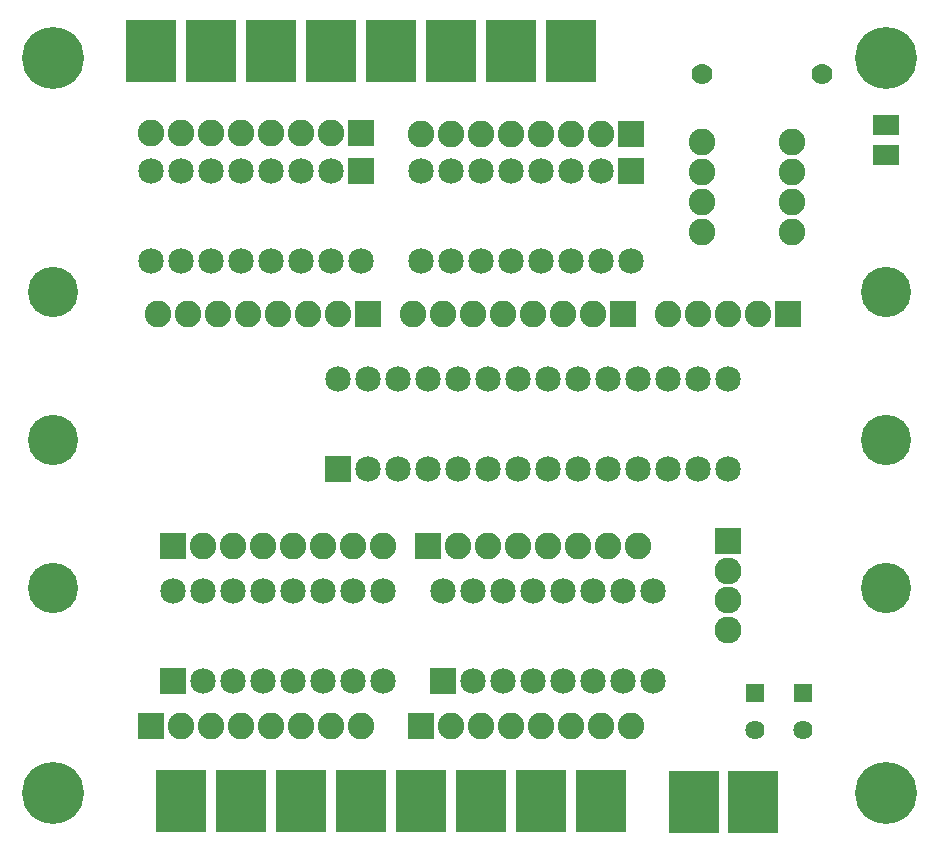
<source format=gbr>
G04 EasyPC Gerber Version 20.0.2 Build 4112 *
G04 #@! TF.Part,Single*
G04 #@! TF.FileFunction,Soldermask,Bot *
%FSLAX35Y35*%
%MOIN*%
G04 #@! TA.AperFunction,SMDPad*
%ADD128R,0.16748X0.20685*%
G04 #@! TA.AperFunction,ComponentPad*
%ADD118R,0.06400X0.06400*%
%ADD135R,0.08500X0.08500*%
%ADD124R,0.08874X0.08874*%
%ADD121R,0.09000X0.09000*%
%ADD119C,0.06400*%
G04 #@! TD.AperFunction*
%ADD27C,0.07000*%
G04 #@! TA.AperFunction,ComponentPad*
%ADD136C,0.08500*%
%ADD123C,0.08874*%
%ADD122C,0.09000*%
%ADD144C,0.16748*%
G04 #@! TA.AperFunction,SMDPad*
%ADD129R,0.09000X0.07000*%
G04 #@! TA.AperFunction,WasherPad*
%ADD134C,0.20685*%
X0Y0D02*
D02*
D27*
X236500Y257868D03*
X276500D03*
D02*
D118*
X254000Y51618D03*
X270250D03*
D02*
D119*
X254000Y39118D03*
X270250D03*
D02*
D121*
X245250Y102061D03*
D02*
D122*
Y72533D03*
Y82376D03*
Y92219D03*
D02*
D123*
X52750Y238124D03*
X55250Y177868D03*
X62750Y238124D03*
X62809Y40368D03*
X65250Y177868D03*
X70250Y100368D03*
X72750Y238124D03*
X72809Y40368D03*
X75250Y177868D03*
X80250Y100368D03*
X82750Y238124D03*
X82809Y40368D03*
X85250Y177868D03*
X90250Y100368D03*
X92750Y238124D03*
X92809Y40368D03*
X95250Y177868D03*
X100250Y100368D03*
X102750Y238124D03*
X102809Y40368D03*
X105250Y177868D03*
X110250Y100368D03*
X112750Y238124D03*
X112809Y40368D03*
X115250Y177868D03*
X120250Y100368D03*
X122809Y40368D03*
X130250Y100368D03*
X140250Y177868D03*
X142750Y237888D03*
X150250Y177868D03*
X152750Y237888D03*
X152809Y40368D03*
X155250Y100368D03*
X160250Y177868D03*
X162750Y237888D03*
X162809Y40368D03*
X165250Y100368D03*
X170250Y177868D03*
X172750Y237888D03*
X172809Y40368D03*
X175250Y100368D03*
X180250Y177868D03*
X182750Y237888D03*
X182809Y40368D03*
X185250Y100368D03*
X190250Y177868D03*
X192750Y237888D03*
X192809Y40368D03*
X195250Y100368D03*
X200250Y177868D03*
X202750Y237888D03*
X202809Y40368D03*
X205250Y100368D03*
X212809Y40368D03*
X215250Y100368D03*
X225250Y177868D03*
X235250D03*
X236500Y205152D03*
Y215152D03*
Y225152D03*
Y235152D03*
X245250Y177868D03*
X255250D03*
X266500Y205152D03*
Y215152D03*
Y225152D03*
Y235152D03*
D02*
D124*
X52809Y40368D03*
X60250Y100368D03*
X122750Y238124D03*
X125250Y177868D03*
X142809Y40368D03*
X145250Y100368D03*
X210250Y177868D03*
X212750Y237888D03*
X265250Y177868D03*
D02*
D128*
X52750Y265407D03*
X62809Y15368D03*
X72750Y265407D03*
X82809Y15368D03*
X92750Y265407D03*
X102809Y15368D03*
X112750Y265407D03*
X122809Y15368D03*
X132750Y265407D03*
X142809Y15368D03*
X152750Y265407D03*
X162809Y15368D03*
X172750Y265407D03*
X182809Y15368D03*
X192750Y265407D03*
X202809Y15368D03*
X233754Y15250D03*
X253596D03*
D02*
D129*
X297700Y230947D03*
Y240947D03*
D02*
D134*
X20250Y18236D03*
Y263236D03*
X297750Y18236D03*
Y263236D03*
D02*
D135*
X60250Y55368D03*
X115250Y126068D03*
X122750Y225368D03*
X150250Y55368D03*
X212750Y225368D03*
D02*
D136*
X52750Y195368D03*
Y225368D03*
X60250Y85368D03*
X62750Y195368D03*
Y225368D03*
X70250Y55368D03*
Y85368D03*
X72750Y195368D03*
Y225368D03*
X80250Y55368D03*
Y85368D03*
X82750Y195368D03*
Y225368D03*
X90250Y55368D03*
Y85368D03*
X92750Y195368D03*
Y225368D03*
X100250Y55368D03*
Y85368D03*
X102750Y195368D03*
Y225368D03*
X110250Y55368D03*
Y85368D03*
X112750Y195368D03*
Y225368D03*
X115250Y156068D03*
X120250Y55368D03*
Y85368D03*
X122750Y195368D03*
X125250Y126068D03*
Y156068D03*
X130250Y55368D03*
Y85368D03*
X135250Y126068D03*
Y156068D03*
X142750Y195368D03*
Y225368D03*
X145250Y126068D03*
Y156068D03*
X150250Y85368D03*
X152750Y195368D03*
Y225368D03*
X155250Y126068D03*
Y156068D03*
X160250Y55368D03*
Y85368D03*
X162750Y195368D03*
Y225368D03*
X165250Y126068D03*
Y156068D03*
X170250Y55368D03*
Y85368D03*
X172750Y195368D03*
Y225368D03*
X175250Y126068D03*
Y156068D03*
X180250Y55368D03*
Y85368D03*
X182750Y195368D03*
Y225368D03*
X185250Y126068D03*
Y156068D03*
X190250Y55368D03*
Y85368D03*
X192750Y195368D03*
Y225368D03*
X195250Y126068D03*
Y156068D03*
X200250Y55368D03*
Y85368D03*
X202750Y195368D03*
Y225368D03*
X205250Y126068D03*
Y156068D03*
X210250Y55368D03*
Y85368D03*
X212750Y195368D03*
X215250Y126068D03*
Y156068D03*
X220250Y55368D03*
Y85368D03*
X225250Y126068D03*
Y156068D03*
X235250Y126068D03*
Y156068D03*
X245250Y126068D03*
Y156068D03*
D02*
D144*
X20250Y86569D03*
Y135781D03*
Y184994D03*
X297750Y86569D03*
Y135781D03*
Y184994D03*
X0Y0D02*
M02*

</source>
